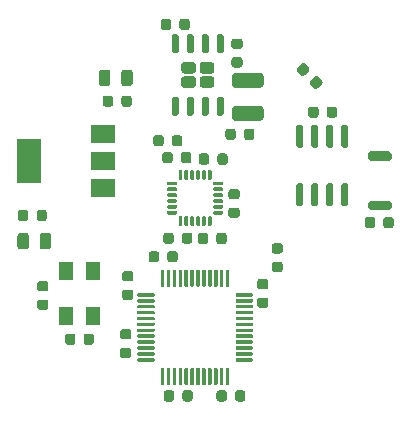
<source format=gbr>
%TF.GenerationSoftware,KiCad,Pcbnew,(5.1.6)-1*%
%TF.CreationDate,2020-09-12T21:12:53+02:00*%
%TF.ProjectId,shock absorber control + IMU v3,73686f63-6b20-4616-9273-6f7262657220,rev?*%
%TF.SameCoordinates,Original*%
%TF.FileFunction,Paste,Top*%
%TF.FilePolarity,Positive*%
%FSLAX46Y46*%
G04 Gerber Fmt 4.6, Leading zero omitted, Abs format (unit mm)*
G04 Created by KiCad (PCBNEW (5.1.6)-1) date 2020-09-12 21:12:53*
%MOMM*%
%LPD*%
G01*
G04 APERTURE LIST*
%ADD10R,1.300000X1.600000*%
%ADD11R,2.000000X3.800000*%
%ADD12R,2.000000X1.500000*%
G04 APERTURE END LIST*
%TO.C,R7*%
G36*
G01*
X143225000Y-111493750D02*
X143225000Y-112006250D01*
G75*
G02*
X143006250Y-112225000I-218750J0D01*
G01*
X142568750Y-112225000D01*
G75*
G02*
X142350000Y-112006250I0J218750D01*
G01*
X142350000Y-111493750D01*
G75*
G02*
X142568750Y-111275000I218750J0D01*
G01*
X143006250Y-111275000D01*
G75*
G02*
X143225000Y-111493750I0J-218750D01*
G01*
G37*
G36*
G01*
X144800000Y-111493750D02*
X144800000Y-112006250D01*
G75*
G02*
X144581250Y-112225000I-218750J0D01*
G01*
X144143750Y-112225000D01*
G75*
G02*
X143925000Y-112006250I0J218750D01*
G01*
X143925000Y-111493750D01*
G75*
G02*
X144143750Y-111275000I218750J0D01*
G01*
X144581250Y-111275000D01*
G75*
G02*
X144800000Y-111493750I0J-218750D01*
G01*
G37*
%TD*%
%TO.C,R3*%
G36*
G01*
X150025000Y-89353750D02*
X150025000Y-89866250D01*
G75*
G02*
X149806250Y-90085000I-218750J0D01*
G01*
X149368750Y-90085000D01*
G75*
G02*
X149150000Y-89866250I0J218750D01*
G01*
X149150000Y-89353750D01*
G75*
G02*
X149368750Y-89135000I218750J0D01*
G01*
X149806250Y-89135000D01*
G75*
G02*
X150025000Y-89353750I0J-218750D01*
G01*
G37*
G36*
G01*
X148450000Y-89353750D02*
X148450000Y-89866250D01*
G75*
G02*
X148231250Y-90085000I-218750J0D01*
G01*
X147793750Y-90085000D01*
G75*
G02*
X147575000Y-89866250I0J218750D01*
G01*
X147575000Y-89353750D01*
G75*
G02*
X147793750Y-89135000I218750J0D01*
G01*
X148231250Y-89135000D01*
G75*
G02*
X148450000Y-89353750I0J-218750D01*
G01*
G37*
%TD*%
%TO.C,C11*%
G36*
G01*
X150545000Y-85665000D02*
X148395000Y-85665000D01*
G75*
G02*
X148145000Y-85415000I0J250000D01*
G01*
X148145000Y-84665000D01*
G75*
G02*
X148395000Y-84415000I250000J0D01*
G01*
X150545000Y-84415000D01*
G75*
G02*
X150795000Y-84665000I0J-250000D01*
G01*
X150795000Y-85415000D01*
G75*
G02*
X150545000Y-85665000I-250000J0D01*
G01*
G37*
G36*
G01*
X150545000Y-88465000D02*
X148395000Y-88465000D01*
G75*
G02*
X148145000Y-88215000I0J250000D01*
G01*
X148145000Y-87465000D01*
G75*
G02*
X148395000Y-87215000I250000J0D01*
G01*
X150545000Y-87215000D01*
G75*
G02*
X150795000Y-87465000I0J-250000D01*
G01*
X150795000Y-88215000D01*
G75*
G02*
X150545000Y-88465000I-250000J0D01*
G01*
G37*
%TD*%
%TO.C,C17*%
G36*
G01*
X131843750Y-103600000D02*
X132356250Y-103600000D01*
G75*
G02*
X132575000Y-103818750I0J-218750D01*
G01*
X132575000Y-104256250D01*
G75*
G02*
X132356250Y-104475000I-218750J0D01*
G01*
X131843750Y-104475000D01*
G75*
G02*
X131625000Y-104256250I0J218750D01*
G01*
X131625000Y-103818750D01*
G75*
G02*
X131843750Y-103600000I218750J0D01*
G01*
G37*
G36*
G01*
X131843750Y-102025000D02*
X132356250Y-102025000D01*
G75*
G02*
X132575000Y-102243750I0J-218750D01*
G01*
X132575000Y-102681250D01*
G75*
G02*
X132356250Y-102900000I-218750J0D01*
G01*
X131843750Y-102900000D01*
G75*
G02*
X131625000Y-102681250I0J218750D01*
G01*
X131625000Y-102243750D01*
G75*
G02*
X131843750Y-102025000I218750J0D01*
G01*
G37*
%TD*%
D10*
%TO.C,Y1*%
X136350000Y-101200000D03*
X136350000Y-105000000D03*
X134050000Y-105000000D03*
X134050000Y-101200000D03*
%TD*%
%TO.C,SW1*%
G36*
G01*
X159850000Y-91050000D02*
X161450000Y-91050000D01*
G75*
G02*
X161650000Y-91250000I0J-200000D01*
G01*
X161650000Y-91650000D01*
G75*
G02*
X161450000Y-91850000I-200000J0D01*
G01*
X159850000Y-91850000D01*
G75*
G02*
X159650000Y-91650000I0J200000D01*
G01*
X159650000Y-91250000D01*
G75*
G02*
X159850000Y-91050000I200000J0D01*
G01*
G37*
G36*
G01*
X159850000Y-95250000D02*
X161450000Y-95250000D01*
G75*
G02*
X161650000Y-95450000I0J-200000D01*
G01*
X161650000Y-95850000D01*
G75*
G02*
X161450000Y-96050000I-200000J0D01*
G01*
X159850000Y-96050000D01*
G75*
G02*
X159650000Y-95850000I0J200000D01*
G01*
X159650000Y-95450000D01*
G75*
G02*
X159850000Y-95250000I200000J0D01*
G01*
G37*
%TD*%
%TO.C,R6*%
G36*
G01*
X154626861Y-84239469D02*
X154264469Y-84601862D01*
G75*
G02*
X153955109Y-84601862I-154680J154680D01*
G01*
X153645750Y-84292503D01*
G75*
G02*
X153645750Y-83983143I154680J154680D01*
G01*
X154008143Y-83620750D01*
G75*
G02*
X154317503Y-83620750I154680J-154680D01*
G01*
X154626862Y-83930109D01*
G75*
G02*
X154626862Y-84239469I-154680J-154680D01*
G01*
G37*
G36*
G01*
X155740555Y-85353163D02*
X155378163Y-85715556D01*
G75*
G02*
X155068803Y-85715556I-154680J154680D01*
G01*
X154759444Y-85406197D01*
G75*
G02*
X154759444Y-85096837I154680J154680D01*
G01*
X155121837Y-84734444D01*
G75*
G02*
X155431197Y-84734444I154680J-154680D01*
G01*
X155740556Y-85043803D01*
G75*
G02*
X155740556Y-85353163I-154680J-154680D01*
G01*
G37*
%TD*%
%TO.C,U5*%
G36*
G01*
X157530000Y-93741000D02*
X157830000Y-93741000D01*
G75*
G02*
X157980000Y-93891000I0J-150000D01*
G01*
X157980000Y-95541000D01*
G75*
G02*
X157830000Y-95691000I-150000J0D01*
G01*
X157530000Y-95691000D01*
G75*
G02*
X157380000Y-95541000I0J150000D01*
G01*
X157380000Y-93891000D01*
G75*
G02*
X157530000Y-93741000I150000J0D01*
G01*
G37*
G36*
G01*
X156260000Y-93741000D02*
X156560000Y-93741000D01*
G75*
G02*
X156710000Y-93891000I0J-150000D01*
G01*
X156710000Y-95541000D01*
G75*
G02*
X156560000Y-95691000I-150000J0D01*
G01*
X156260000Y-95691000D01*
G75*
G02*
X156110000Y-95541000I0J150000D01*
G01*
X156110000Y-93891000D01*
G75*
G02*
X156260000Y-93741000I150000J0D01*
G01*
G37*
G36*
G01*
X154990000Y-93741000D02*
X155290000Y-93741000D01*
G75*
G02*
X155440000Y-93891000I0J-150000D01*
G01*
X155440000Y-95541000D01*
G75*
G02*
X155290000Y-95691000I-150000J0D01*
G01*
X154990000Y-95691000D01*
G75*
G02*
X154840000Y-95541000I0J150000D01*
G01*
X154840000Y-93891000D01*
G75*
G02*
X154990000Y-93741000I150000J0D01*
G01*
G37*
G36*
G01*
X153720000Y-93741000D02*
X154020000Y-93741000D01*
G75*
G02*
X154170000Y-93891000I0J-150000D01*
G01*
X154170000Y-95541000D01*
G75*
G02*
X154020000Y-95691000I-150000J0D01*
G01*
X153720000Y-95691000D01*
G75*
G02*
X153570000Y-95541000I0J150000D01*
G01*
X153570000Y-93891000D01*
G75*
G02*
X153720000Y-93741000I150000J0D01*
G01*
G37*
G36*
G01*
X153720000Y-88791000D02*
X154020000Y-88791000D01*
G75*
G02*
X154170000Y-88941000I0J-150000D01*
G01*
X154170000Y-90591000D01*
G75*
G02*
X154020000Y-90741000I-150000J0D01*
G01*
X153720000Y-90741000D01*
G75*
G02*
X153570000Y-90591000I0J150000D01*
G01*
X153570000Y-88941000D01*
G75*
G02*
X153720000Y-88791000I150000J0D01*
G01*
G37*
G36*
G01*
X154990000Y-88791000D02*
X155290000Y-88791000D01*
G75*
G02*
X155440000Y-88941000I0J-150000D01*
G01*
X155440000Y-90591000D01*
G75*
G02*
X155290000Y-90741000I-150000J0D01*
G01*
X154990000Y-90741000D01*
G75*
G02*
X154840000Y-90591000I0J150000D01*
G01*
X154840000Y-88941000D01*
G75*
G02*
X154990000Y-88791000I150000J0D01*
G01*
G37*
G36*
G01*
X156260000Y-88791000D02*
X156560000Y-88791000D01*
G75*
G02*
X156710000Y-88941000I0J-150000D01*
G01*
X156710000Y-90591000D01*
G75*
G02*
X156560000Y-90741000I-150000J0D01*
G01*
X156260000Y-90741000D01*
G75*
G02*
X156110000Y-90591000I0J150000D01*
G01*
X156110000Y-88941000D01*
G75*
G02*
X156260000Y-88791000I150000J0D01*
G01*
G37*
G36*
G01*
X157530000Y-88791000D02*
X157830000Y-88791000D01*
G75*
G02*
X157980000Y-88941000I0J-150000D01*
G01*
X157980000Y-90591000D01*
G75*
G02*
X157830000Y-90741000I-150000J0D01*
G01*
X157530000Y-90741000D01*
G75*
G02*
X157380000Y-90591000I0J150000D01*
G01*
X157380000Y-88941000D01*
G75*
G02*
X157530000Y-88791000I150000J0D01*
G01*
G37*
%TD*%
%TO.C,U4*%
G36*
G01*
X146382500Y-84460000D02*
X145617500Y-84460000D01*
G75*
G02*
X145375000Y-84217500I0J242500D01*
G01*
X145375000Y-83732500D01*
G75*
G02*
X145617500Y-83490000I242500J0D01*
G01*
X146382500Y-83490000D01*
G75*
G02*
X146625000Y-83732500I0J-242500D01*
G01*
X146625000Y-84217500D01*
G75*
G02*
X146382500Y-84460000I-242500J0D01*
G01*
G37*
G36*
G01*
X144832500Y-84460000D02*
X144067500Y-84460000D01*
G75*
G02*
X143825000Y-84217500I0J242500D01*
G01*
X143825000Y-83732500D01*
G75*
G02*
X144067500Y-83490000I242500J0D01*
G01*
X144832500Y-83490000D01*
G75*
G02*
X145075000Y-83732500I0J-242500D01*
G01*
X145075000Y-84217500D01*
G75*
G02*
X144832500Y-84460000I-242500J0D01*
G01*
G37*
G36*
G01*
X146382500Y-85660000D02*
X145617500Y-85660000D01*
G75*
G02*
X145375000Y-85417500I0J242500D01*
G01*
X145375000Y-84932500D01*
G75*
G02*
X145617500Y-84690000I242500J0D01*
G01*
X146382500Y-84690000D01*
G75*
G02*
X146625000Y-84932500I0J-242500D01*
G01*
X146625000Y-85417500D01*
G75*
G02*
X146382500Y-85660000I-242500J0D01*
G01*
G37*
G36*
G01*
X144832500Y-85660000D02*
X144067500Y-85660000D01*
G75*
G02*
X143825000Y-85417500I0J242500D01*
G01*
X143825000Y-84932500D01*
G75*
G02*
X144067500Y-84690000I242500J0D01*
G01*
X144832500Y-84690000D01*
G75*
G02*
X145075000Y-84932500I0J-242500D01*
G01*
X145075000Y-85417500D01*
G75*
G02*
X144832500Y-85660000I-242500J0D01*
G01*
G37*
G36*
G01*
X143470000Y-82725000D02*
X143170000Y-82725000D01*
G75*
G02*
X143020000Y-82575000I0J150000D01*
G01*
X143020000Y-81275000D01*
G75*
G02*
X143170000Y-81125000I150000J0D01*
G01*
X143470000Y-81125000D01*
G75*
G02*
X143620000Y-81275000I0J-150000D01*
G01*
X143620000Y-82575000D01*
G75*
G02*
X143470000Y-82725000I-150000J0D01*
G01*
G37*
G36*
G01*
X144740000Y-82725000D02*
X144440000Y-82725000D01*
G75*
G02*
X144290000Y-82575000I0J150000D01*
G01*
X144290000Y-81275000D01*
G75*
G02*
X144440000Y-81125000I150000J0D01*
G01*
X144740000Y-81125000D01*
G75*
G02*
X144890000Y-81275000I0J-150000D01*
G01*
X144890000Y-82575000D01*
G75*
G02*
X144740000Y-82725000I-150000J0D01*
G01*
G37*
G36*
G01*
X146010000Y-82725000D02*
X145710000Y-82725000D01*
G75*
G02*
X145560000Y-82575000I0J150000D01*
G01*
X145560000Y-81275000D01*
G75*
G02*
X145710000Y-81125000I150000J0D01*
G01*
X146010000Y-81125000D01*
G75*
G02*
X146160000Y-81275000I0J-150000D01*
G01*
X146160000Y-82575000D01*
G75*
G02*
X146010000Y-82725000I-150000J0D01*
G01*
G37*
G36*
G01*
X147280000Y-82725000D02*
X146980000Y-82725000D01*
G75*
G02*
X146830000Y-82575000I0J150000D01*
G01*
X146830000Y-81275000D01*
G75*
G02*
X146980000Y-81125000I150000J0D01*
G01*
X147280000Y-81125000D01*
G75*
G02*
X147430000Y-81275000I0J-150000D01*
G01*
X147430000Y-82575000D01*
G75*
G02*
X147280000Y-82725000I-150000J0D01*
G01*
G37*
G36*
G01*
X147280000Y-88025000D02*
X146980000Y-88025000D01*
G75*
G02*
X146830000Y-87875000I0J150000D01*
G01*
X146830000Y-86575000D01*
G75*
G02*
X146980000Y-86425000I150000J0D01*
G01*
X147280000Y-86425000D01*
G75*
G02*
X147430000Y-86575000I0J-150000D01*
G01*
X147430000Y-87875000D01*
G75*
G02*
X147280000Y-88025000I-150000J0D01*
G01*
G37*
G36*
G01*
X146010000Y-88025000D02*
X145710000Y-88025000D01*
G75*
G02*
X145560000Y-87875000I0J150000D01*
G01*
X145560000Y-86575000D01*
G75*
G02*
X145710000Y-86425000I150000J0D01*
G01*
X146010000Y-86425000D01*
G75*
G02*
X146160000Y-86575000I0J-150000D01*
G01*
X146160000Y-87875000D01*
G75*
G02*
X146010000Y-88025000I-150000J0D01*
G01*
G37*
G36*
G01*
X144740000Y-88025000D02*
X144440000Y-88025000D01*
G75*
G02*
X144290000Y-87875000I0J150000D01*
G01*
X144290000Y-86575000D01*
G75*
G02*
X144440000Y-86425000I150000J0D01*
G01*
X144740000Y-86425000D01*
G75*
G02*
X144890000Y-86575000I0J-150000D01*
G01*
X144890000Y-87875000D01*
G75*
G02*
X144740000Y-88025000I-150000J0D01*
G01*
G37*
G36*
G01*
X143470000Y-88025000D02*
X143170000Y-88025000D01*
G75*
G02*
X143020000Y-87875000I0J150000D01*
G01*
X143020000Y-86575000D01*
G75*
G02*
X143170000Y-86425000I150000J0D01*
G01*
X143470000Y-86425000D01*
G75*
G02*
X143620000Y-86575000I0J-150000D01*
G01*
X143620000Y-87875000D01*
G75*
G02*
X143470000Y-88025000I-150000J0D01*
G01*
G37*
%TD*%
%TO.C,C13*%
G36*
G01*
X143887500Y-98656250D02*
X143887500Y-98143750D01*
G75*
G02*
X144106250Y-97925000I218750J0D01*
G01*
X144543750Y-97925000D01*
G75*
G02*
X144762500Y-98143750I0J-218750D01*
G01*
X144762500Y-98656250D01*
G75*
G02*
X144543750Y-98875000I-218750J0D01*
G01*
X144106250Y-98875000D01*
G75*
G02*
X143887500Y-98656250I0J218750D01*
G01*
G37*
G36*
G01*
X142312500Y-98656250D02*
X142312500Y-98143750D01*
G75*
G02*
X142531250Y-97925000I218750J0D01*
G01*
X142968750Y-97925000D01*
G75*
G02*
X143187500Y-98143750I0J-218750D01*
G01*
X143187500Y-98656250D01*
G75*
G02*
X142968750Y-98875000I-218750J0D01*
G01*
X142531250Y-98875000D01*
G75*
G02*
X142312500Y-98656250I0J218750D01*
G01*
G37*
%TD*%
%TO.C,C1*%
G36*
G01*
X150468750Y-103425000D02*
X150981250Y-103425000D01*
G75*
G02*
X151200000Y-103643750I0J-218750D01*
G01*
X151200000Y-104081250D01*
G75*
G02*
X150981250Y-104300000I-218750J0D01*
G01*
X150468750Y-104300000D01*
G75*
G02*
X150250000Y-104081250I0J218750D01*
G01*
X150250000Y-103643750D01*
G75*
G02*
X150468750Y-103425000I218750J0D01*
G01*
G37*
G36*
G01*
X150468750Y-101850000D02*
X150981250Y-101850000D01*
G75*
G02*
X151200000Y-102068750I0J-218750D01*
G01*
X151200000Y-102506250D01*
G75*
G02*
X150981250Y-102725000I-218750J0D01*
G01*
X150468750Y-102725000D01*
G75*
G02*
X150250000Y-102506250I0J218750D01*
G01*
X150250000Y-102068750D01*
G75*
G02*
X150468750Y-101850000I218750J0D01*
G01*
G37*
%TD*%
%TO.C,C2*%
G36*
G01*
X141075000Y-100231250D02*
X141075000Y-99718750D01*
G75*
G02*
X141293750Y-99500000I218750J0D01*
G01*
X141731250Y-99500000D01*
G75*
G02*
X141950000Y-99718750I0J-218750D01*
G01*
X141950000Y-100231250D01*
G75*
G02*
X141731250Y-100450000I-218750J0D01*
G01*
X141293750Y-100450000D01*
G75*
G02*
X141075000Y-100231250I0J218750D01*
G01*
G37*
G36*
G01*
X142650000Y-100231250D02*
X142650000Y-99718750D01*
G75*
G02*
X142868750Y-99500000I218750J0D01*
G01*
X143306250Y-99500000D01*
G75*
G02*
X143525000Y-99718750I0J-218750D01*
G01*
X143525000Y-100231250D01*
G75*
G02*
X143306250Y-100450000I-218750J0D01*
G01*
X142868750Y-100450000D01*
G75*
G02*
X142650000Y-100231250I0J218750D01*
G01*
G37*
%TD*%
%TO.C,C3*%
G36*
G01*
X139556250Y-102062500D02*
X139043750Y-102062500D01*
G75*
G02*
X138825000Y-101843750I0J218750D01*
G01*
X138825000Y-101406250D01*
G75*
G02*
X139043750Y-101187500I218750J0D01*
G01*
X139556250Y-101187500D01*
G75*
G02*
X139775000Y-101406250I0J-218750D01*
G01*
X139775000Y-101843750D01*
G75*
G02*
X139556250Y-102062500I-218750J0D01*
G01*
G37*
G36*
G01*
X139556250Y-103637500D02*
X139043750Y-103637500D01*
G75*
G02*
X138825000Y-103418750I0J218750D01*
G01*
X138825000Y-102981250D01*
G75*
G02*
X139043750Y-102762500I218750J0D01*
G01*
X139556250Y-102762500D01*
G75*
G02*
X139775000Y-102981250I0J-218750D01*
G01*
X139775000Y-103418750D01*
G75*
G02*
X139556250Y-103637500I-218750J0D01*
G01*
G37*
%TD*%
%TO.C,C4*%
G36*
G01*
X139381250Y-108550000D02*
X138868750Y-108550000D01*
G75*
G02*
X138650000Y-108331250I0J218750D01*
G01*
X138650000Y-107893750D01*
G75*
G02*
X138868750Y-107675000I218750J0D01*
G01*
X139381250Y-107675000D01*
G75*
G02*
X139600000Y-107893750I0J-218750D01*
G01*
X139600000Y-108331250D01*
G75*
G02*
X139381250Y-108550000I-218750J0D01*
G01*
G37*
G36*
G01*
X139381250Y-106975000D02*
X138868750Y-106975000D01*
G75*
G02*
X138650000Y-106756250I0J218750D01*
G01*
X138650000Y-106318750D01*
G75*
G02*
X138868750Y-106100000I218750J0D01*
G01*
X139381250Y-106100000D01*
G75*
G02*
X139600000Y-106318750I0J-218750D01*
G01*
X139600000Y-106756250D01*
G75*
G02*
X139381250Y-106975000I-218750J0D01*
G01*
G37*
%TD*%
%TO.C,C5*%
G36*
G01*
X147687500Y-111493750D02*
X147687500Y-112006250D01*
G75*
G02*
X147468750Y-112225000I-218750J0D01*
G01*
X147031250Y-112225000D01*
G75*
G02*
X146812500Y-112006250I0J218750D01*
G01*
X146812500Y-111493750D01*
G75*
G02*
X147031250Y-111275000I218750J0D01*
G01*
X147468750Y-111275000D01*
G75*
G02*
X147687500Y-111493750I0J-218750D01*
G01*
G37*
G36*
G01*
X149262500Y-111493750D02*
X149262500Y-112006250D01*
G75*
G02*
X149043750Y-112225000I-218750J0D01*
G01*
X148606250Y-112225000D01*
G75*
G02*
X148387500Y-112006250I0J218750D01*
G01*
X148387500Y-111493750D01*
G75*
G02*
X148606250Y-111275000I218750J0D01*
G01*
X149043750Y-111275000D01*
G75*
G02*
X149262500Y-111493750I0J-218750D01*
G01*
G37*
%TD*%
%TO.C,C6*%
G36*
G01*
X139637500Y-86543750D02*
X139637500Y-87056250D01*
G75*
G02*
X139418750Y-87275000I-218750J0D01*
G01*
X138981250Y-87275000D01*
G75*
G02*
X138762500Y-87056250I0J218750D01*
G01*
X138762500Y-86543750D01*
G75*
G02*
X138981250Y-86325000I218750J0D01*
G01*
X139418750Y-86325000D01*
G75*
G02*
X139637500Y-86543750I0J-218750D01*
G01*
G37*
G36*
G01*
X138062500Y-86543750D02*
X138062500Y-87056250D01*
G75*
G02*
X137843750Y-87275000I-218750J0D01*
G01*
X137406250Y-87275000D01*
G75*
G02*
X137187500Y-87056250I0J218750D01*
G01*
X137187500Y-86543750D01*
G75*
G02*
X137406250Y-86325000I218750J0D01*
G01*
X137843750Y-86325000D01*
G75*
G02*
X138062500Y-86543750I0J-218750D01*
G01*
G37*
%TD*%
%TO.C,C7*%
G36*
G01*
X139712500Y-84368750D02*
X139712500Y-85281250D01*
G75*
G02*
X139468750Y-85525000I-243750J0D01*
G01*
X138981250Y-85525000D01*
G75*
G02*
X138737500Y-85281250I0J243750D01*
G01*
X138737500Y-84368750D01*
G75*
G02*
X138981250Y-84125000I243750J0D01*
G01*
X139468750Y-84125000D01*
G75*
G02*
X139712500Y-84368750I0J-243750D01*
G01*
G37*
G36*
G01*
X137837500Y-84368750D02*
X137837500Y-85281250D01*
G75*
G02*
X137593750Y-85525000I-243750J0D01*
G01*
X137106250Y-85525000D01*
G75*
G02*
X136862500Y-85281250I0J243750D01*
G01*
X136862500Y-84368750D01*
G75*
G02*
X137106250Y-84125000I243750J0D01*
G01*
X137593750Y-84125000D01*
G75*
G02*
X137837500Y-84368750I0J-243750D01*
G01*
G37*
%TD*%
%TO.C,C8*%
G36*
G01*
X131837500Y-99106250D02*
X131837500Y-98193750D01*
G75*
G02*
X132081250Y-97950000I243750J0D01*
G01*
X132568750Y-97950000D01*
G75*
G02*
X132812500Y-98193750I0J-243750D01*
G01*
X132812500Y-99106250D01*
G75*
G02*
X132568750Y-99350000I-243750J0D01*
G01*
X132081250Y-99350000D01*
G75*
G02*
X131837500Y-99106250I0J243750D01*
G01*
G37*
G36*
G01*
X129962500Y-99106250D02*
X129962500Y-98193750D01*
G75*
G02*
X130206250Y-97950000I243750J0D01*
G01*
X130693750Y-97950000D01*
G75*
G02*
X130937500Y-98193750I0J-243750D01*
G01*
X130937500Y-99106250D01*
G75*
G02*
X130693750Y-99350000I-243750J0D01*
G01*
X130206250Y-99350000D01*
G75*
G02*
X129962500Y-99106250I0J243750D01*
G01*
G37*
%TD*%
%TO.C,C9*%
G36*
G01*
X131575000Y-96731250D02*
X131575000Y-96218750D01*
G75*
G02*
X131793750Y-96000000I218750J0D01*
G01*
X132231250Y-96000000D01*
G75*
G02*
X132450000Y-96218750I0J-218750D01*
G01*
X132450000Y-96731250D01*
G75*
G02*
X132231250Y-96950000I-218750J0D01*
G01*
X131793750Y-96950000D01*
G75*
G02*
X131575000Y-96731250I0J218750D01*
G01*
G37*
G36*
G01*
X130000000Y-96731250D02*
X130000000Y-96218750D01*
G75*
G02*
X130218750Y-96000000I218750J0D01*
G01*
X130656250Y-96000000D01*
G75*
G02*
X130875000Y-96218750I0J-218750D01*
G01*
X130875000Y-96731250D01*
G75*
G02*
X130656250Y-96950000I-218750J0D01*
G01*
X130218750Y-96950000D01*
G75*
G02*
X130000000Y-96731250I0J218750D01*
G01*
G37*
%TD*%
%TO.C,C10*%
G36*
G01*
X161812500Y-96818750D02*
X161812500Y-97331250D01*
G75*
G02*
X161593750Y-97550000I-218750J0D01*
G01*
X161156250Y-97550000D01*
G75*
G02*
X160937500Y-97331250I0J218750D01*
G01*
X160937500Y-96818750D01*
G75*
G02*
X161156250Y-96600000I218750J0D01*
G01*
X161593750Y-96600000D01*
G75*
G02*
X161812500Y-96818750I0J-218750D01*
G01*
G37*
G36*
G01*
X160237500Y-96818750D02*
X160237500Y-97331250D01*
G75*
G02*
X160018750Y-97550000I-218750J0D01*
G01*
X159581250Y-97550000D01*
G75*
G02*
X159362500Y-97331250I0J218750D01*
G01*
X159362500Y-96818750D01*
G75*
G02*
X159581250Y-96600000I218750J0D01*
G01*
X160018750Y-96600000D01*
G75*
G02*
X160237500Y-96818750I0J-218750D01*
G01*
G37*
%TD*%
%TO.C,C12*%
G36*
G01*
X148293750Y-81500000D02*
X148806250Y-81500000D01*
G75*
G02*
X149025000Y-81718750I0J-218750D01*
G01*
X149025000Y-82156250D01*
G75*
G02*
X148806250Y-82375000I-218750J0D01*
G01*
X148293750Y-82375000D01*
G75*
G02*
X148075000Y-82156250I0J218750D01*
G01*
X148075000Y-81718750D01*
G75*
G02*
X148293750Y-81500000I218750J0D01*
G01*
G37*
G36*
G01*
X148293750Y-83075000D02*
X148806250Y-83075000D01*
G75*
G02*
X149025000Y-83293750I0J-218750D01*
G01*
X149025000Y-83731250D01*
G75*
G02*
X148806250Y-83950000I-218750J0D01*
G01*
X148293750Y-83950000D01*
G75*
G02*
X148075000Y-83731250I0J218750D01*
G01*
X148075000Y-83293750D01*
G75*
G02*
X148293750Y-83075000I218750J0D01*
G01*
G37*
%TD*%
%TO.C,C14*%
G36*
G01*
X148556250Y-95112500D02*
X148043750Y-95112500D01*
G75*
G02*
X147825000Y-94893750I0J218750D01*
G01*
X147825000Y-94456250D01*
G75*
G02*
X148043750Y-94237500I218750J0D01*
G01*
X148556250Y-94237500D01*
G75*
G02*
X148775000Y-94456250I0J-218750D01*
G01*
X148775000Y-94893750D01*
G75*
G02*
X148556250Y-95112500I-218750J0D01*
G01*
G37*
G36*
G01*
X148556250Y-96687500D02*
X148043750Y-96687500D01*
G75*
G02*
X147825000Y-96468750I0J218750D01*
G01*
X147825000Y-96031250D01*
G75*
G02*
X148043750Y-95812500I218750J0D01*
G01*
X148556250Y-95812500D01*
G75*
G02*
X148775000Y-96031250I0J-218750D01*
G01*
X148775000Y-96468750D01*
G75*
G02*
X148556250Y-96687500I-218750J0D01*
G01*
G37*
%TD*%
%TO.C,C15*%
G36*
G01*
X145225000Y-98681250D02*
X145225000Y-98168750D01*
G75*
G02*
X145443750Y-97950000I218750J0D01*
G01*
X145881250Y-97950000D01*
G75*
G02*
X146100000Y-98168750I0J-218750D01*
G01*
X146100000Y-98681250D01*
G75*
G02*
X145881250Y-98900000I-218750J0D01*
G01*
X145443750Y-98900000D01*
G75*
G02*
X145225000Y-98681250I0J218750D01*
G01*
G37*
G36*
G01*
X146800000Y-98681250D02*
X146800000Y-98168750D01*
G75*
G02*
X147018750Y-97950000I218750J0D01*
G01*
X147456250Y-97950000D01*
G75*
G02*
X147675000Y-98168750I0J-218750D01*
G01*
X147675000Y-98681250D01*
G75*
G02*
X147456250Y-98900000I-218750J0D01*
G01*
X147018750Y-98900000D01*
G75*
G02*
X146800000Y-98681250I0J218750D01*
G01*
G37*
%TD*%
%TO.C,C16*%
G36*
G01*
X146887500Y-91956250D02*
X146887500Y-91443750D01*
G75*
G02*
X147106250Y-91225000I218750J0D01*
G01*
X147543750Y-91225000D01*
G75*
G02*
X147762500Y-91443750I0J-218750D01*
G01*
X147762500Y-91956250D01*
G75*
G02*
X147543750Y-92175000I-218750J0D01*
G01*
X147106250Y-92175000D01*
G75*
G02*
X146887500Y-91956250I0J218750D01*
G01*
G37*
G36*
G01*
X145312500Y-91956250D02*
X145312500Y-91443750D01*
G75*
G02*
X145531250Y-91225000I218750J0D01*
G01*
X145968750Y-91225000D01*
G75*
G02*
X146187500Y-91443750I0J-218750D01*
G01*
X146187500Y-91956250D01*
G75*
G02*
X145968750Y-92175000I-218750J0D01*
G01*
X145531250Y-92175000D01*
G75*
G02*
X145312500Y-91956250I0J218750D01*
G01*
G37*
%TD*%
%TO.C,C18*%
G36*
G01*
X154575000Y-87981250D02*
X154575000Y-87468750D01*
G75*
G02*
X154793750Y-87250000I218750J0D01*
G01*
X155231250Y-87250000D01*
G75*
G02*
X155450000Y-87468750I0J-218750D01*
G01*
X155450000Y-87981250D01*
G75*
G02*
X155231250Y-88200000I-218750J0D01*
G01*
X154793750Y-88200000D01*
G75*
G02*
X154575000Y-87981250I0J218750D01*
G01*
G37*
G36*
G01*
X156150000Y-87981250D02*
X156150000Y-87468750D01*
G75*
G02*
X156368750Y-87250000I218750J0D01*
G01*
X156806250Y-87250000D01*
G75*
G02*
X157025000Y-87468750I0J-218750D01*
G01*
X157025000Y-87981250D01*
G75*
G02*
X156806250Y-88200000I-218750J0D01*
G01*
X156368750Y-88200000D01*
G75*
G02*
X156150000Y-87981250I0J218750D01*
G01*
G37*
%TD*%
%TO.C,C19*%
G36*
G01*
X136437500Y-106693750D02*
X136437500Y-107206250D01*
G75*
G02*
X136218750Y-107425000I-218750J0D01*
G01*
X135781250Y-107425000D01*
G75*
G02*
X135562500Y-107206250I0J218750D01*
G01*
X135562500Y-106693750D01*
G75*
G02*
X135781250Y-106475000I218750J0D01*
G01*
X136218750Y-106475000D01*
G75*
G02*
X136437500Y-106693750I0J-218750D01*
G01*
G37*
G36*
G01*
X134862500Y-106693750D02*
X134862500Y-107206250D01*
G75*
G02*
X134643750Y-107425000I-218750J0D01*
G01*
X134206250Y-107425000D01*
G75*
G02*
X133987500Y-107206250I0J218750D01*
G01*
X133987500Y-106693750D01*
G75*
G02*
X134206250Y-106475000I218750J0D01*
G01*
X134643750Y-106475000D01*
G75*
G02*
X134862500Y-106693750I0J-218750D01*
G01*
G37*
%TD*%
%TO.C,R1*%
G36*
G01*
X143037500Y-90406250D02*
X143037500Y-89893750D01*
G75*
G02*
X143256250Y-89675000I218750J0D01*
G01*
X143693750Y-89675000D01*
G75*
G02*
X143912500Y-89893750I0J-218750D01*
G01*
X143912500Y-90406250D01*
G75*
G02*
X143693750Y-90625000I-218750J0D01*
G01*
X143256250Y-90625000D01*
G75*
G02*
X143037500Y-90406250I0J218750D01*
G01*
G37*
G36*
G01*
X141462500Y-90406250D02*
X141462500Y-89893750D01*
G75*
G02*
X141681250Y-89675000I218750J0D01*
G01*
X142118750Y-89675000D01*
G75*
G02*
X142337500Y-89893750I0J-218750D01*
G01*
X142337500Y-90406250D01*
G75*
G02*
X142118750Y-90625000I-218750J0D01*
G01*
X141681250Y-90625000D01*
G75*
G02*
X141462500Y-90406250I0J218750D01*
G01*
G37*
%TD*%
%TO.C,R2*%
G36*
G01*
X142237500Y-91831250D02*
X142237500Y-91318750D01*
G75*
G02*
X142456250Y-91100000I218750J0D01*
G01*
X142893750Y-91100000D01*
G75*
G02*
X143112500Y-91318750I0J-218750D01*
G01*
X143112500Y-91831250D01*
G75*
G02*
X142893750Y-92050000I-218750J0D01*
G01*
X142456250Y-92050000D01*
G75*
G02*
X142237500Y-91831250I0J218750D01*
G01*
G37*
G36*
G01*
X143812500Y-91831250D02*
X143812500Y-91318750D01*
G75*
G02*
X144031250Y-91100000I218750J0D01*
G01*
X144468750Y-91100000D01*
G75*
G02*
X144687500Y-91318750I0J-218750D01*
G01*
X144687500Y-91831250D01*
G75*
G02*
X144468750Y-92050000I-218750J0D01*
G01*
X144031250Y-92050000D01*
G75*
G02*
X143812500Y-91831250I0J218750D01*
G01*
G37*
%TD*%
%TO.C,R4*%
G36*
G01*
X142975000Y-80043750D02*
X142975000Y-80556250D01*
G75*
G02*
X142756250Y-80775000I-218750J0D01*
G01*
X142318750Y-80775000D01*
G75*
G02*
X142100000Y-80556250I0J218750D01*
G01*
X142100000Y-80043750D01*
G75*
G02*
X142318750Y-79825000I218750J0D01*
G01*
X142756250Y-79825000D01*
G75*
G02*
X142975000Y-80043750I0J-218750D01*
G01*
G37*
G36*
G01*
X144550000Y-80043750D02*
X144550000Y-80556250D01*
G75*
G02*
X144331250Y-80775000I-218750J0D01*
G01*
X143893750Y-80775000D01*
G75*
G02*
X143675000Y-80556250I0J218750D01*
G01*
X143675000Y-80043750D01*
G75*
G02*
X143893750Y-79825000I218750J0D01*
G01*
X144331250Y-79825000D01*
G75*
G02*
X144550000Y-80043750I0J-218750D01*
G01*
G37*
%TD*%
%TO.C,R5*%
G36*
G01*
X152206250Y-101275000D02*
X151693750Y-101275000D01*
G75*
G02*
X151475000Y-101056250I0J218750D01*
G01*
X151475000Y-100618750D01*
G75*
G02*
X151693750Y-100400000I218750J0D01*
G01*
X152206250Y-100400000D01*
G75*
G02*
X152425000Y-100618750I0J-218750D01*
G01*
X152425000Y-101056250D01*
G75*
G02*
X152206250Y-101275000I-218750J0D01*
G01*
G37*
G36*
G01*
X152206250Y-99700000D02*
X151693750Y-99700000D01*
G75*
G02*
X151475000Y-99481250I0J218750D01*
G01*
X151475000Y-99043750D01*
G75*
G02*
X151693750Y-98825000I218750J0D01*
G01*
X152206250Y-98825000D01*
G75*
G02*
X152425000Y-99043750I0J-218750D01*
G01*
X152425000Y-99481250D01*
G75*
G02*
X152206250Y-99700000I-218750J0D01*
G01*
G37*
%TD*%
D11*
%TO.C,U1*%
X130925000Y-91875000D03*
D12*
X137225000Y-91875000D03*
X137225000Y-89575000D03*
X137225000Y-94175000D03*
%TD*%
%TO.C,U2*%
G36*
G01*
X140100000Y-103275000D02*
X140100000Y-103125000D01*
G75*
G02*
X140175000Y-103050000I75000J0D01*
G01*
X141500000Y-103050000D01*
G75*
G02*
X141575000Y-103125000I0J-75000D01*
G01*
X141575000Y-103275000D01*
G75*
G02*
X141500000Y-103350000I-75000J0D01*
G01*
X140175000Y-103350000D01*
G75*
G02*
X140100000Y-103275000I0J75000D01*
G01*
G37*
G36*
G01*
X140100000Y-103775000D02*
X140100000Y-103625000D01*
G75*
G02*
X140175000Y-103550000I75000J0D01*
G01*
X141500000Y-103550000D01*
G75*
G02*
X141575000Y-103625000I0J-75000D01*
G01*
X141575000Y-103775000D01*
G75*
G02*
X141500000Y-103850000I-75000J0D01*
G01*
X140175000Y-103850000D01*
G75*
G02*
X140100000Y-103775000I0J75000D01*
G01*
G37*
G36*
G01*
X140100000Y-104275000D02*
X140100000Y-104125000D01*
G75*
G02*
X140175000Y-104050000I75000J0D01*
G01*
X141500000Y-104050000D01*
G75*
G02*
X141575000Y-104125000I0J-75000D01*
G01*
X141575000Y-104275000D01*
G75*
G02*
X141500000Y-104350000I-75000J0D01*
G01*
X140175000Y-104350000D01*
G75*
G02*
X140100000Y-104275000I0J75000D01*
G01*
G37*
G36*
G01*
X140100000Y-104775000D02*
X140100000Y-104625000D01*
G75*
G02*
X140175000Y-104550000I75000J0D01*
G01*
X141500000Y-104550000D01*
G75*
G02*
X141575000Y-104625000I0J-75000D01*
G01*
X141575000Y-104775000D01*
G75*
G02*
X141500000Y-104850000I-75000J0D01*
G01*
X140175000Y-104850000D01*
G75*
G02*
X140100000Y-104775000I0J75000D01*
G01*
G37*
G36*
G01*
X140100000Y-105275000D02*
X140100000Y-105125000D01*
G75*
G02*
X140175000Y-105050000I75000J0D01*
G01*
X141500000Y-105050000D01*
G75*
G02*
X141575000Y-105125000I0J-75000D01*
G01*
X141575000Y-105275000D01*
G75*
G02*
X141500000Y-105350000I-75000J0D01*
G01*
X140175000Y-105350000D01*
G75*
G02*
X140100000Y-105275000I0J75000D01*
G01*
G37*
G36*
G01*
X140100000Y-105775000D02*
X140100000Y-105625000D01*
G75*
G02*
X140175000Y-105550000I75000J0D01*
G01*
X141500000Y-105550000D01*
G75*
G02*
X141575000Y-105625000I0J-75000D01*
G01*
X141575000Y-105775000D01*
G75*
G02*
X141500000Y-105850000I-75000J0D01*
G01*
X140175000Y-105850000D01*
G75*
G02*
X140100000Y-105775000I0J75000D01*
G01*
G37*
G36*
G01*
X140100000Y-106275000D02*
X140100000Y-106125000D01*
G75*
G02*
X140175000Y-106050000I75000J0D01*
G01*
X141500000Y-106050000D01*
G75*
G02*
X141575000Y-106125000I0J-75000D01*
G01*
X141575000Y-106275000D01*
G75*
G02*
X141500000Y-106350000I-75000J0D01*
G01*
X140175000Y-106350000D01*
G75*
G02*
X140100000Y-106275000I0J75000D01*
G01*
G37*
G36*
G01*
X140100000Y-106775000D02*
X140100000Y-106625000D01*
G75*
G02*
X140175000Y-106550000I75000J0D01*
G01*
X141500000Y-106550000D01*
G75*
G02*
X141575000Y-106625000I0J-75000D01*
G01*
X141575000Y-106775000D01*
G75*
G02*
X141500000Y-106850000I-75000J0D01*
G01*
X140175000Y-106850000D01*
G75*
G02*
X140100000Y-106775000I0J75000D01*
G01*
G37*
G36*
G01*
X140100000Y-107275000D02*
X140100000Y-107125000D01*
G75*
G02*
X140175000Y-107050000I75000J0D01*
G01*
X141500000Y-107050000D01*
G75*
G02*
X141575000Y-107125000I0J-75000D01*
G01*
X141575000Y-107275000D01*
G75*
G02*
X141500000Y-107350000I-75000J0D01*
G01*
X140175000Y-107350000D01*
G75*
G02*
X140100000Y-107275000I0J75000D01*
G01*
G37*
G36*
G01*
X140100000Y-107775000D02*
X140100000Y-107625000D01*
G75*
G02*
X140175000Y-107550000I75000J0D01*
G01*
X141500000Y-107550000D01*
G75*
G02*
X141575000Y-107625000I0J-75000D01*
G01*
X141575000Y-107775000D01*
G75*
G02*
X141500000Y-107850000I-75000J0D01*
G01*
X140175000Y-107850000D01*
G75*
G02*
X140100000Y-107775000I0J75000D01*
G01*
G37*
G36*
G01*
X140100000Y-108275000D02*
X140100000Y-108125000D01*
G75*
G02*
X140175000Y-108050000I75000J0D01*
G01*
X141500000Y-108050000D01*
G75*
G02*
X141575000Y-108125000I0J-75000D01*
G01*
X141575000Y-108275000D01*
G75*
G02*
X141500000Y-108350000I-75000J0D01*
G01*
X140175000Y-108350000D01*
G75*
G02*
X140100000Y-108275000I0J75000D01*
G01*
G37*
G36*
G01*
X140100000Y-108775000D02*
X140100000Y-108625000D01*
G75*
G02*
X140175000Y-108550000I75000J0D01*
G01*
X141500000Y-108550000D01*
G75*
G02*
X141575000Y-108625000I0J-75000D01*
G01*
X141575000Y-108775000D01*
G75*
G02*
X141500000Y-108850000I-75000J0D01*
G01*
X140175000Y-108850000D01*
G75*
G02*
X140100000Y-108775000I0J75000D01*
G01*
G37*
G36*
G01*
X142100000Y-110775000D02*
X142100000Y-109450000D01*
G75*
G02*
X142175000Y-109375000I75000J0D01*
G01*
X142325000Y-109375000D01*
G75*
G02*
X142400000Y-109450000I0J-75000D01*
G01*
X142400000Y-110775000D01*
G75*
G02*
X142325000Y-110850000I-75000J0D01*
G01*
X142175000Y-110850000D01*
G75*
G02*
X142100000Y-110775000I0J75000D01*
G01*
G37*
G36*
G01*
X142600000Y-110775000D02*
X142600000Y-109450000D01*
G75*
G02*
X142675000Y-109375000I75000J0D01*
G01*
X142825000Y-109375000D01*
G75*
G02*
X142900000Y-109450000I0J-75000D01*
G01*
X142900000Y-110775000D01*
G75*
G02*
X142825000Y-110850000I-75000J0D01*
G01*
X142675000Y-110850000D01*
G75*
G02*
X142600000Y-110775000I0J75000D01*
G01*
G37*
G36*
G01*
X143100000Y-110775000D02*
X143100000Y-109450000D01*
G75*
G02*
X143175000Y-109375000I75000J0D01*
G01*
X143325000Y-109375000D01*
G75*
G02*
X143400000Y-109450000I0J-75000D01*
G01*
X143400000Y-110775000D01*
G75*
G02*
X143325000Y-110850000I-75000J0D01*
G01*
X143175000Y-110850000D01*
G75*
G02*
X143100000Y-110775000I0J75000D01*
G01*
G37*
G36*
G01*
X143600000Y-110775000D02*
X143600000Y-109450000D01*
G75*
G02*
X143675000Y-109375000I75000J0D01*
G01*
X143825000Y-109375000D01*
G75*
G02*
X143900000Y-109450000I0J-75000D01*
G01*
X143900000Y-110775000D01*
G75*
G02*
X143825000Y-110850000I-75000J0D01*
G01*
X143675000Y-110850000D01*
G75*
G02*
X143600000Y-110775000I0J75000D01*
G01*
G37*
G36*
G01*
X144100000Y-110775000D02*
X144100000Y-109450000D01*
G75*
G02*
X144175000Y-109375000I75000J0D01*
G01*
X144325000Y-109375000D01*
G75*
G02*
X144400000Y-109450000I0J-75000D01*
G01*
X144400000Y-110775000D01*
G75*
G02*
X144325000Y-110850000I-75000J0D01*
G01*
X144175000Y-110850000D01*
G75*
G02*
X144100000Y-110775000I0J75000D01*
G01*
G37*
G36*
G01*
X144600000Y-110775000D02*
X144600000Y-109450000D01*
G75*
G02*
X144675000Y-109375000I75000J0D01*
G01*
X144825000Y-109375000D01*
G75*
G02*
X144900000Y-109450000I0J-75000D01*
G01*
X144900000Y-110775000D01*
G75*
G02*
X144825000Y-110850000I-75000J0D01*
G01*
X144675000Y-110850000D01*
G75*
G02*
X144600000Y-110775000I0J75000D01*
G01*
G37*
G36*
G01*
X145100000Y-110775000D02*
X145100000Y-109450000D01*
G75*
G02*
X145175000Y-109375000I75000J0D01*
G01*
X145325000Y-109375000D01*
G75*
G02*
X145400000Y-109450000I0J-75000D01*
G01*
X145400000Y-110775000D01*
G75*
G02*
X145325000Y-110850000I-75000J0D01*
G01*
X145175000Y-110850000D01*
G75*
G02*
X145100000Y-110775000I0J75000D01*
G01*
G37*
G36*
G01*
X145600000Y-110775000D02*
X145600000Y-109450000D01*
G75*
G02*
X145675000Y-109375000I75000J0D01*
G01*
X145825000Y-109375000D01*
G75*
G02*
X145900000Y-109450000I0J-75000D01*
G01*
X145900000Y-110775000D01*
G75*
G02*
X145825000Y-110850000I-75000J0D01*
G01*
X145675000Y-110850000D01*
G75*
G02*
X145600000Y-110775000I0J75000D01*
G01*
G37*
G36*
G01*
X146100000Y-110775000D02*
X146100000Y-109450000D01*
G75*
G02*
X146175000Y-109375000I75000J0D01*
G01*
X146325000Y-109375000D01*
G75*
G02*
X146400000Y-109450000I0J-75000D01*
G01*
X146400000Y-110775000D01*
G75*
G02*
X146325000Y-110850000I-75000J0D01*
G01*
X146175000Y-110850000D01*
G75*
G02*
X146100000Y-110775000I0J75000D01*
G01*
G37*
G36*
G01*
X146600000Y-110775000D02*
X146600000Y-109450000D01*
G75*
G02*
X146675000Y-109375000I75000J0D01*
G01*
X146825000Y-109375000D01*
G75*
G02*
X146900000Y-109450000I0J-75000D01*
G01*
X146900000Y-110775000D01*
G75*
G02*
X146825000Y-110850000I-75000J0D01*
G01*
X146675000Y-110850000D01*
G75*
G02*
X146600000Y-110775000I0J75000D01*
G01*
G37*
G36*
G01*
X147100000Y-110775000D02*
X147100000Y-109450000D01*
G75*
G02*
X147175000Y-109375000I75000J0D01*
G01*
X147325000Y-109375000D01*
G75*
G02*
X147400000Y-109450000I0J-75000D01*
G01*
X147400000Y-110775000D01*
G75*
G02*
X147325000Y-110850000I-75000J0D01*
G01*
X147175000Y-110850000D01*
G75*
G02*
X147100000Y-110775000I0J75000D01*
G01*
G37*
G36*
G01*
X147600000Y-110775000D02*
X147600000Y-109450000D01*
G75*
G02*
X147675000Y-109375000I75000J0D01*
G01*
X147825000Y-109375000D01*
G75*
G02*
X147900000Y-109450000I0J-75000D01*
G01*
X147900000Y-110775000D01*
G75*
G02*
X147825000Y-110850000I-75000J0D01*
G01*
X147675000Y-110850000D01*
G75*
G02*
X147600000Y-110775000I0J75000D01*
G01*
G37*
G36*
G01*
X148425000Y-108775000D02*
X148425000Y-108625000D01*
G75*
G02*
X148500000Y-108550000I75000J0D01*
G01*
X149825000Y-108550000D01*
G75*
G02*
X149900000Y-108625000I0J-75000D01*
G01*
X149900000Y-108775000D01*
G75*
G02*
X149825000Y-108850000I-75000J0D01*
G01*
X148500000Y-108850000D01*
G75*
G02*
X148425000Y-108775000I0J75000D01*
G01*
G37*
G36*
G01*
X148425000Y-108275000D02*
X148425000Y-108125000D01*
G75*
G02*
X148500000Y-108050000I75000J0D01*
G01*
X149825000Y-108050000D01*
G75*
G02*
X149900000Y-108125000I0J-75000D01*
G01*
X149900000Y-108275000D01*
G75*
G02*
X149825000Y-108350000I-75000J0D01*
G01*
X148500000Y-108350000D01*
G75*
G02*
X148425000Y-108275000I0J75000D01*
G01*
G37*
G36*
G01*
X148425000Y-107775000D02*
X148425000Y-107625000D01*
G75*
G02*
X148500000Y-107550000I75000J0D01*
G01*
X149825000Y-107550000D01*
G75*
G02*
X149900000Y-107625000I0J-75000D01*
G01*
X149900000Y-107775000D01*
G75*
G02*
X149825000Y-107850000I-75000J0D01*
G01*
X148500000Y-107850000D01*
G75*
G02*
X148425000Y-107775000I0J75000D01*
G01*
G37*
G36*
G01*
X148425000Y-107275000D02*
X148425000Y-107125000D01*
G75*
G02*
X148500000Y-107050000I75000J0D01*
G01*
X149825000Y-107050000D01*
G75*
G02*
X149900000Y-107125000I0J-75000D01*
G01*
X149900000Y-107275000D01*
G75*
G02*
X149825000Y-107350000I-75000J0D01*
G01*
X148500000Y-107350000D01*
G75*
G02*
X148425000Y-107275000I0J75000D01*
G01*
G37*
G36*
G01*
X148425000Y-106775000D02*
X148425000Y-106625000D01*
G75*
G02*
X148500000Y-106550000I75000J0D01*
G01*
X149825000Y-106550000D01*
G75*
G02*
X149900000Y-106625000I0J-75000D01*
G01*
X149900000Y-106775000D01*
G75*
G02*
X149825000Y-106850000I-75000J0D01*
G01*
X148500000Y-106850000D01*
G75*
G02*
X148425000Y-106775000I0J75000D01*
G01*
G37*
G36*
G01*
X148425000Y-106275000D02*
X148425000Y-106125000D01*
G75*
G02*
X148500000Y-106050000I75000J0D01*
G01*
X149825000Y-106050000D01*
G75*
G02*
X149900000Y-106125000I0J-75000D01*
G01*
X149900000Y-106275000D01*
G75*
G02*
X149825000Y-106350000I-75000J0D01*
G01*
X148500000Y-106350000D01*
G75*
G02*
X148425000Y-106275000I0J75000D01*
G01*
G37*
G36*
G01*
X148425000Y-105775000D02*
X148425000Y-105625000D01*
G75*
G02*
X148500000Y-105550000I75000J0D01*
G01*
X149825000Y-105550000D01*
G75*
G02*
X149900000Y-105625000I0J-75000D01*
G01*
X149900000Y-105775000D01*
G75*
G02*
X149825000Y-105850000I-75000J0D01*
G01*
X148500000Y-105850000D01*
G75*
G02*
X148425000Y-105775000I0J75000D01*
G01*
G37*
G36*
G01*
X148425000Y-105275000D02*
X148425000Y-105125000D01*
G75*
G02*
X148500000Y-105050000I75000J0D01*
G01*
X149825000Y-105050000D01*
G75*
G02*
X149900000Y-105125000I0J-75000D01*
G01*
X149900000Y-105275000D01*
G75*
G02*
X149825000Y-105350000I-75000J0D01*
G01*
X148500000Y-105350000D01*
G75*
G02*
X148425000Y-105275000I0J75000D01*
G01*
G37*
G36*
G01*
X148425000Y-104775000D02*
X148425000Y-104625000D01*
G75*
G02*
X148500000Y-104550000I75000J0D01*
G01*
X149825000Y-104550000D01*
G75*
G02*
X149900000Y-104625000I0J-75000D01*
G01*
X149900000Y-104775000D01*
G75*
G02*
X149825000Y-104850000I-75000J0D01*
G01*
X148500000Y-104850000D01*
G75*
G02*
X148425000Y-104775000I0J75000D01*
G01*
G37*
G36*
G01*
X148425000Y-104275000D02*
X148425000Y-104125000D01*
G75*
G02*
X148500000Y-104050000I75000J0D01*
G01*
X149825000Y-104050000D01*
G75*
G02*
X149900000Y-104125000I0J-75000D01*
G01*
X149900000Y-104275000D01*
G75*
G02*
X149825000Y-104350000I-75000J0D01*
G01*
X148500000Y-104350000D01*
G75*
G02*
X148425000Y-104275000I0J75000D01*
G01*
G37*
G36*
G01*
X148425000Y-103775000D02*
X148425000Y-103625000D01*
G75*
G02*
X148500000Y-103550000I75000J0D01*
G01*
X149825000Y-103550000D01*
G75*
G02*
X149900000Y-103625000I0J-75000D01*
G01*
X149900000Y-103775000D01*
G75*
G02*
X149825000Y-103850000I-75000J0D01*
G01*
X148500000Y-103850000D01*
G75*
G02*
X148425000Y-103775000I0J75000D01*
G01*
G37*
G36*
G01*
X148425000Y-103275000D02*
X148425000Y-103125000D01*
G75*
G02*
X148500000Y-103050000I75000J0D01*
G01*
X149825000Y-103050000D01*
G75*
G02*
X149900000Y-103125000I0J-75000D01*
G01*
X149900000Y-103275000D01*
G75*
G02*
X149825000Y-103350000I-75000J0D01*
G01*
X148500000Y-103350000D01*
G75*
G02*
X148425000Y-103275000I0J75000D01*
G01*
G37*
G36*
G01*
X147600000Y-102450000D02*
X147600000Y-101125000D01*
G75*
G02*
X147675000Y-101050000I75000J0D01*
G01*
X147825000Y-101050000D01*
G75*
G02*
X147900000Y-101125000I0J-75000D01*
G01*
X147900000Y-102450000D01*
G75*
G02*
X147825000Y-102525000I-75000J0D01*
G01*
X147675000Y-102525000D01*
G75*
G02*
X147600000Y-102450000I0J75000D01*
G01*
G37*
G36*
G01*
X147100000Y-102450000D02*
X147100000Y-101125000D01*
G75*
G02*
X147175000Y-101050000I75000J0D01*
G01*
X147325000Y-101050000D01*
G75*
G02*
X147400000Y-101125000I0J-75000D01*
G01*
X147400000Y-102450000D01*
G75*
G02*
X147325000Y-102525000I-75000J0D01*
G01*
X147175000Y-102525000D01*
G75*
G02*
X147100000Y-102450000I0J75000D01*
G01*
G37*
G36*
G01*
X146600000Y-102450000D02*
X146600000Y-101125000D01*
G75*
G02*
X146675000Y-101050000I75000J0D01*
G01*
X146825000Y-101050000D01*
G75*
G02*
X146900000Y-101125000I0J-75000D01*
G01*
X146900000Y-102450000D01*
G75*
G02*
X146825000Y-102525000I-75000J0D01*
G01*
X146675000Y-102525000D01*
G75*
G02*
X146600000Y-102450000I0J75000D01*
G01*
G37*
G36*
G01*
X146100000Y-102450000D02*
X146100000Y-101125000D01*
G75*
G02*
X146175000Y-101050000I75000J0D01*
G01*
X146325000Y-101050000D01*
G75*
G02*
X146400000Y-101125000I0J-75000D01*
G01*
X146400000Y-102450000D01*
G75*
G02*
X146325000Y-102525000I-75000J0D01*
G01*
X146175000Y-102525000D01*
G75*
G02*
X146100000Y-102450000I0J75000D01*
G01*
G37*
G36*
G01*
X145600000Y-102450000D02*
X145600000Y-101125000D01*
G75*
G02*
X145675000Y-101050000I75000J0D01*
G01*
X145825000Y-101050000D01*
G75*
G02*
X145900000Y-101125000I0J-75000D01*
G01*
X145900000Y-102450000D01*
G75*
G02*
X145825000Y-102525000I-75000J0D01*
G01*
X145675000Y-102525000D01*
G75*
G02*
X145600000Y-102450000I0J75000D01*
G01*
G37*
G36*
G01*
X145100000Y-102450000D02*
X145100000Y-101125000D01*
G75*
G02*
X145175000Y-101050000I75000J0D01*
G01*
X145325000Y-101050000D01*
G75*
G02*
X145400000Y-101125000I0J-75000D01*
G01*
X145400000Y-102450000D01*
G75*
G02*
X145325000Y-102525000I-75000J0D01*
G01*
X145175000Y-102525000D01*
G75*
G02*
X145100000Y-102450000I0J75000D01*
G01*
G37*
G36*
G01*
X144600000Y-102450000D02*
X144600000Y-101125000D01*
G75*
G02*
X144675000Y-101050000I75000J0D01*
G01*
X144825000Y-101050000D01*
G75*
G02*
X144900000Y-101125000I0J-75000D01*
G01*
X144900000Y-102450000D01*
G75*
G02*
X144825000Y-102525000I-75000J0D01*
G01*
X144675000Y-102525000D01*
G75*
G02*
X144600000Y-102450000I0J75000D01*
G01*
G37*
G36*
G01*
X144100000Y-102450000D02*
X144100000Y-101125000D01*
G75*
G02*
X144175000Y-101050000I75000J0D01*
G01*
X144325000Y-101050000D01*
G75*
G02*
X144400000Y-101125000I0J-75000D01*
G01*
X144400000Y-102450000D01*
G75*
G02*
X144325000Y-102525000I-75000J0D01*
G01*
X144175000Y-102525000D01*
G75*
G02*
X144100000Y-102450000I0J75000D01*
G01*
G37*
G36*
G01*
X143600000Y-102450000D02*
X143600000Y-101125000D01*
G75*
G02*
X143675000Y-101050000I75000J0D01*
G01*
X143825000Y-101050000D01*
G75*
G02*
X143900000Y-101125000I0J-75000D01*
G01*
X143900000Y-102450000D01*
G75*
G02*
X143825000Y-102525000I-75000J0D01*
G01*
X143675000Y-102525000D01*
G75*
G02*
X143600000Y-102450000I0J75000D01*
G01*
G37*
G36*
G01*
X143100000Y-102450000D02*
X143100000Y-101125000D01*
G75*
G02*
X143175000Y-101050000I75000J0D01*
G01*
X143325000Y-101050000D01*
G75*
G02*
X143400000Y-101125000I0J-75000D01*
G01*
X143400000Y-102450000D01*
G75*
G02*
X143325000Y-102525000I-75000J0D01*
G01*
X143175000Y-102525000D01*
G75*
G02*
X143100000Y-102450000I0J75000D01*
G01*
G37*
G36*
G01*
X142600000Y-102450000D02*
X142600000Y-101125000D01*
G75*
G02*
X142675000Y-101050000I75000J0D01*
G01*
X142825000Y-101050000D01*
G75*
G02*
X142900000Y-101125000I0J-75000D01*
G01*
X142900000Y-102450000D01*
G75*
G02*
X142825000Y-102525000I-75000J0D01*
G01*
X142675000Y-102525000D01*
G75*
G02*
X142600000Y-102450000I0J75000D01*
G01*
G37*
G36*
G01*
X142100000Y-102450000D02*
X142100000Y-101125000D01*
G75*
G02*
X142175000Y-101050000I75000J0D01*
G01*
X142325000Y-101050000D01*
G75*
G02*
X142400000Y-101125000I0J-75000D01*
G01*
X142400000Y-102450000D01*
G75*
G02*
X142325000Y-102525000I-75000J0D01*
G01*
X142175000Y-102525000D01*
G75*
G02*
X142100000Y-102450000I0J75000D01*
G01*
G37*
%TD*%
%TO.C,U3*%
G36*
G01*
X142625000Y-93825000D02*
X142625000Y-93675000D01*
G75*
G02*
X142700000Y-93600000I75000J0D01*
G01*
X143400000Y-93600000D01*
G75*
G02*
X143475000Y-93675000I0J-75000D01*
G01*
X143475000Y-93825000D01*
G75*
G02*
X143400000Y-93900000I-75000J0D01*
G01*
X142700000Y-93900000D01*
G75*
G02*
X142625000Y-93825000I0J75000D01*
G01*
G37*
G36*
G01*
X142625000Y-94325000D02*
X142625000Y-94175000D01*
G75*
G02*
X142700000Y-94100000I75000J0D01*
G01*
X143400000Y-94100000D01*
G75*
G02*
X143475000Y-94175000I0J-75000D01*
G01*
X143475000Y-94325000D01*
G75*
G02*
X143400000Y-94400000I-75000J0D01*
G01*
X142700000Y-94400000D01*
G75*
G02*
X142625000Y-94325000I0J75000D01*
G01*
G37*
G36*
G01*
X142625000Y-94825000D02*
X142625000Y-94675000D01*
G75*
G02*
X142700000Y-94600000I75000J0D01*
G01*
X143400000Y-94600000D01*
G75*
G02*
X143475000Y-94675000I0J-75000D01*
G01*
X143475000Y-94825000D01*
G75*
G02*
X143400000Y-94900000I-75000J0D01*
G01*
X142700000Y-94900000D01*
G75*
G02*
X142625000Y-94825000I0J75000D01*
G01*
G37*
G36*
G01*
X142625000Y-95325000D02*
X142625000Y-95175000D01*
G75*
G02*
X142700000Y-95100000I75000J0D01*
G01*
X143400000Y-95100000D01*
G75*
G02*
X143475000Y-95175000I0J-75000D01*
G01*
X143475000Y-95325000D01*
G75*
G02*
X143400000Y-95400000I-75000J0D01*
G01*
X142700000Y-95400000D01*
G75*
G02*
X142625000Y-95325000I0J75000D01*
G01*
G37*
G36*
G01*
X142625000Y-95825000D02*
X142625000Y-95675000D01*
G75*
G02*
X142700000Y-95600000I75000J0D01*
G01*
X143400000Y-95600000D01*
G75*
G02*
X143475000Y-95675000I0J-75000D01*
G01*
X143475000Y-95825000D01*
G75*
G02*
X143400000Y-95900000I-75000J0D01*
G01*
X142700000Y-95900000D01*
G75*
G02*
X142625000Y-95825000I0J75000D01*
G01*
G37*
G36*
G01*
X142625000Y-96325000D02*
X142625000Y-96175000D01*
G75*
G02*
X142700000Y-96100000I75000J0D01*
G01*
X143400000Y-96100000D01*
G75*
G02*
X143475000Y-96175000I0J-75000D01*
G01*
X143475000Y-96325000D01*
G75*
G02*
X143400000Y-96400000I-75000J0D01*
G01*
X142700000Y-96400000D01*
G75*
G02*
X142625000Y-96325000I0J75000D01*
G01*
G37*
G36*
G01*
X143825000Y-97375000D02*
X143675000Y-97375000D01*
G75*
G02*
X143600000Y-97300000I0J75000D01*
G01*
X143600000Y-96600000D01*
G75*
G02*
X143675000Y-96525000I75000J0D01*
G01*
X143825000Y-96525000D01*
G75*
G02*
X143900000Y-96600000I0J-75000D01*
G01*
X143900000Y-97300000D01*
G75*
G02*
X143825000Y-97375000I-75000J0D01*
G01*
G37*
G36*
G01*
X144325000Y-97375000D02*
X144175000Y-97375000D01*
G75*
G02*
X144100000Y-97300000I0J75000D01*
G01*
X144100000Y-96600000D01*
G75*
G02*
X144175000Y-96525000I75000J0D01*
G01*
X144325000Y-96525000D01*
G75*
G02*
X144400000Y-96600000I0J-75000D01*
G01*
X144400000Y-97300000D01*
G75*
G02*
X144325000Y-97375000I-75000J0D01*
G01*
G37*
G36*
G01*
X144825000Y-97375000D02*
X144675000Y-97375000D01*
G75*
G02*
X144600000Y-97300000I0J75000D01*
G01*
X144600000Y-96600000D01*
G75*
G02*
X144675000Y-96525000I75000J0D01*
G01*
X144825000Y-96525000D01*
G75*
G02*
X144900000Y-96600000I0J-75000D01*
G01*
X144900000Y-97300000D01*
G75*
G02*
X144825000Y-97375000I-75000J0D01*
G01*
G37*
G36*
G01*
X145325000Y-97375000D02*
X145175000Y-97375000D01*
G75*
G02*
X145100000Y-97300000I0J75000D01*
G01*
X145100000Y-96600000D01*
G75*
G02*
X145175000Y-96525000I75000J0D01*
G01*
X145325000Y-96525000D01*
G75*
G02*
X145400000Y-96600000I0J-75000D01*
G01*
X145400000Y-97300000D01*
G75*
G02*
X145325000Y-97375000I-75000J0D01*
G01*
G37*
G36*
G01*
X145825000Y-97375000D02*
X145675000Y-97375000D01*
G75*
G02*
X145600000Y-97300000I0J75000D01*
G01*
X145600000Y-96600000D01*
G75*
G02*
X145675000Y-96525000I75000J0D01*
G01*
X145825000Y-96525000D01*
G75*
G02*
X145900000Y-96600000I0J-75000D01*
G01*
X145900000Y-97300000D01*
G75*
G02*
X145825000Y-97375000I-75000J0D01*
G01*
G37*
G36*
G01*
X146325000Y-97375000D02*
X146175000Y-97375000D01*
G75*
G02*
X146100000Y-97300000I0J75000D01*
G01*
X146100000Y-96600000D01*
G75*
G02*
X146175000Y-96525000I75000J0D01*
G01*
X146325000Y-96525000D01*
G75*
G02*
X146400000Y-96600000I0J-75000D01*
G01*
X146400000Y-97300000D01*
G75*
G02*
X146325000Y-97375000I-75000J0D01*
G01*
G37*
G36*
G01*
X146525000Y-96325000D02*
X146525000Y-96175000D01*
G75*
G02*
X146600000Y-96100000I75000J0D01*
G01*
X147300000Y-96100000D01*
G75*
G02*
X147375000Y-96175000I0J-75000D01*
G01*
X147375000Y-96325000D01*
G75*
G02*
X147300000Y-96400000I-75000J0D01*
G01*
X146600000Y-96400000D01*
G75*
G02*
X146525000Y-96325000I0J75000D01*
G01*
G37*
G36*
G01*
X146525000Y-95825000D02*
X146525000Y-95675000D01*
G75*
G02*
X146600000Y-95600000I75000J0D01*
G01*
X147300000Y-95600000D01*
G75*
G02*
X147375000Y-95675000I0J-75000D01*
G01*
X147375000Y-95825000D01*
G75*
G02*
X147300000Y-95900000I-75000J0D01*
G01*
X146600000Y-95900000D01*
G75*
G02*
X146525000Y-95825000I0J75000D01*
G01*
G37*
G36*
G01*
X146525000Y-95325000D02*
X146525000Y-95175000D01*
G75*
G02*
X146600000Y-95100000I75000J0D01*
G01*
X147300000Y-95100000D01*
G75*
G02*
X147375000Y-95175000I0J-75000D01*
G01*
X147375000Y-95325000D01*
G75*
G02*
X147300000Y-95400000I-75000J0D01*
G01*
X146600000Y-95400000D01*
G75*
G02*
X146525000Y-95325000I0J75000D01*
G01*
G37*
G36*
G01*
X146525000Y-94825000D02*
X146525000Y-94675000D01*
G75*
G02*
X146600000Y-94600000I75000J0D01*
G01*
X147300000Y-94600000D01*
G75*
G02*
X147375000Y-94675000I0J-75000D01*
G01*
X147375000Y-94825000D01*
G75*
G02*
X147300000Y-94900000I-75000J0D01*
G01*
X146600000Y-94900000D01*
G75*
G02*
X146525000Y-94825000I0J75000D01*
G01*
G37*
G36*
G01*
X146525000Y-94325000D02*
X146525000Y-94175000D01*
G75*
G02*
X146600000Y-94100000I75000J0D01*
G01*
X147300000Y-94100000D01*
G75*
G02*
X147375000Y-94175000I0J-75000D01*
G01*
X147375000Y-94325000D01*
G75*
G02*
X147300000Y-94400000I-75000J0D01*
G01*
X146600000Y-94400000D01*
G75*
G02*
X146525000Y-94325000I0J75000D01*
G01*
G37*
G36*
G01*
X146525000Y-93825000D02*
X146525000Y-93675000D01*
G75*
G02*
X146600000Y-93600000I75000J0D01*
G01*
X147300000Y-93600000D01*
G75*
G02*
X147375000Y-93675000I0J-75000D01*
G01*
X147375000Y-93825000D01*
G75*
G02*
X147300000Y-93900000I-75000J0D01*
G01*
X146600000Y-93900000D01*
G75*
G02*
X146525000Y-93825000I0J75000D01*
G01*
G37*
G36*
G01*
X146325000Y-93475000D02*
X146175000Y-93475000D01*
G75*
G02*
X146100000Y-93400000I0J75000D01*
G01*
X146100000Y-92700000D01*
G75*
G02*
X146175000Y-92625000I75000J0D01*
G01*
X146325000Y-92625000D01*
G75*
G02*
X146400000Y-92700000I0J-75000D01*
G01*
X146400000Y-93400000D01*
G75*
G02*
X146325000Y-93475000I-75000J0D01*
G01*
G37*
G36*
G01*
X145825000Y-93475000D02*
X145675000Y-93475000D01*
G75*
G02*
X145600000Y-93400000I0J75000D01*
G01*
X145600000Y-92700000D01*
G75*
G02*
X145675000Y-92625000I75000J0D01*
G01*
X145825000Y-92625000D01*
G75*
G02*
X145900000Y-92700000I0J-75000D01*
G01*
X145900000Y-93400000D01*
G75*
G02*
X145825000Y-93475000I-75000J0D01*
G01*
G37*
G36*
G01*
X145325000Y-93475000D02*
X145175000Y-93475000D01*
G75*
G02*
X145100000Y-93400000I0J75000D01*
G01*
X145100000Y-92700000D01*
G75*
G02*
X145175000Y-92625000I75000J0D01*
G01*
X145325000Y-92625000D01*
G75*
G02*
X145400000Y-92700000I0J-75000D01*
G01*
X145400000Y-93400000D01*
G75*
G02*
X145325000Y-93475000I-75000J0D01*
G01*
G37*
G36*
G01*
X144825000Y-93475000D02*
X144675000Y-93475000D01*
G75*
G02*
X144600000Y-93400000I0J75000D01*
G01*
X144600000Y-92700000D01*
G75*
G02*
X144675000Y-92625000I75000J0D01*
G01*
X144825000Y-92625000D01*
G75*
G02*
X144900000Y-92700000I0J-75000D01*
G01*
X144900000Y-93400000D01*
G75*
G02*
X144825000Y-93475000I-75000J0D01*
G01*
G37*
G36*
G01*
X144325000Y-93475000D02*
X144175000Y-93475000D01*
G75*
G02*
X144100000Y-93400000I0J75000D01*
G01*
X144100000Y-92700000D01*
G75*
G02*
X144175000Y-92625000I75000J0D01*
G01*
X144325000Y-92625000D01*
G75*
G02*
X144400000Y-92700000I0J-75000D01*
G01*
X144400000Y-93400000D01*
G75*
G02*
X144325000Y-93475000I-75000J0D01*
G01*
G37*
G36*
G01*
X143825000Y-93475000D02*
X143675000Y-93475000D01*
G75*
G02*
X143600000Y-93400000I0J75000D01*
G01*
X143600000Y-92700000D01*
G75*
G02*
X143675000Y-92625000I75000J0D01*
G01*
X143825000Y-92625000D01*
G75*
G02*
X143900000Y-92700000I0J-75000D01*
G01*
X143900000Y-93400000D01*
G75*
G02*
X143825000Y-93475000I-75000J0D01*
G01*
G37*
%TD*%
M02*

</source>
